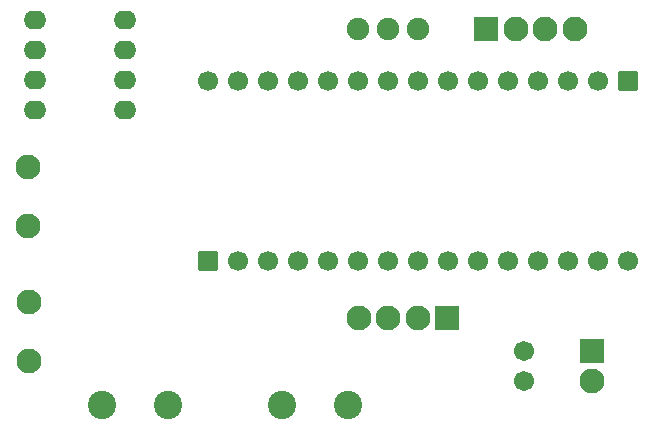
<source format=gts>
G04 Layer: TopSolderMaskLayer*
G04 EasyEDA v6.5.39, 2023-12-21 10:53:13*
G04 3e67a15472894c6e83902e6d43e54a9e,2402692d15bd446891542ced5281a4ad,10*
G04 Gerber Generator version 0.2*
G04 Scale: 100 percent, Rotated: No, Reflected: No *
G04 Dimensions in millimeters *
G04 leading zeros omitted , absolute positions ,4 integer and 5 decimal *
%FSLAX45Y45*%
%MOMM*%

%AMMACRO1*1,1,$1,$2,$3*1,1,$1,$4,$5*1,1,$1,0-$2,0-$3*1,1,$1,0-$4,0-$5*20,1,$1,$2,$3,$4,$5,0*20,1,$1,$4,$5,0-$2,0-$3,0*20,1,$1,0-$2,0-$3,0-$4,0-$5,0*20,1,$1,0-$4,0-$5,$2,$3,0*4,1,4,$2,$3,$4,$5,0-$2,0-$3,0-$4,0-$5,$2,$3,0*%
%ADD10C,2.1016*%
%ADD11MACRO1,0.1016X-1X1X1X1*%
%ADD12MACRO1,0.1016X1X-1X-1X-1*%
%ADD13C,1.9000*%
%ADD14C,1.7016*%
%ADD15C,2.4000*%
%ADD16MACRO1,0.1016X1X1X1X-1*%
%ADD17MACRO1,0.1X-0.8X0.8X0.8X0.8*%
%ADD18C,1.7000*%
%ADD19MACRO1,0.1X0.8X-0.8X-0.8X-0.8*%
%ADD20O,1.92659X1.561592*%

%LPD*%
D10*
G01*
X5074996Y-317500D03*
G01*
X4824984Y-317500D03*
G01*
X4574997Y-317500D03*
D11*
G01*
X4324985Y-317500D03*
D10*
G01*
X3244494Y-2768600D03*
G01*
X3494506Y-2768600D03*
G01*
X3744493Y-2768600D03*
D12*
G01*
X3994505Y-2768600D03*
D13*
G01*
X3242513Y-317500D03*
G01*
X3492500Y-317500D03*
G01*
X3742486Y-317500D03*
D14*
G01*
X4648200Y-3302000D03*
G01*
X4648200Y-3048000D03*
D15*
G01*
X2593975Y-3499993D03*
G01*
X3153994Y-3499993D03*
G01*
X1630019Y-3499993D03*
G01*
X1070000Y-3499993D03*
D16*
G01*
X5219700Y-3048000D03*
D10*
G01*
X5219700Y-3302000D03*
G01*
X444500Y-1489837D03*
G01*
X444500Y-1989962D03*
G01*
X457200Y-2632837D03*
G01*
X457200Y-3132962D03*
D17*
G01*
X1968499Y-2285994D03*
D18*
G01*
X2222500Y-2286000D03*
G01*
X2476500Y-2286000D03*
G01*
X2730500Y-2286000D03*
G01*
X2984500Y-2286000D03*
G01*
X3238500Y-2286000D03*
G01*
X3492500Y-2286000D03*
G01*
X3746500Y-2286000D03*
G01*
X4000500Y-2286000D03*
G01*
X4254500Y-2286000D03*
G01*
X4508500Y-2286000D03*
G01*
X4762500Y-2286000D03*
G01*
X5016500Y-2286000D03*
G01*
X5270500Y-2286000D03*
G01*
X5524500Y-2286000D03*
D19*
G01*
X5524500Y-762000D03*
D18*
G01*
X5270500Y-762000D03*
G01*
X5016500Y-762000D03*
G01*
X4762500Y-762000D03*
G01*
X4508500Y-762000D03*
G01*
X4254500Y-762000D03*
G01*
X4000500Y-762000D03*
G01*
X3746500Y-762000D03*
G01*
X3492500Y-762000D03*
G01*
X3238500Y-762000D03*
G01*
X2984500Y-762000D03*
G01*
X2730500Y-762000D03*
G01*
X2476500Y-762000D03*
G01*
X2222500Y-762000D03*
G01*
X1968500Y-762000D03*
D20*
G01*
X1270000Y-1003300D03*
G01*
X1270000Y-749300D03*
G01*
X1270000Y-495300D03*
G01*
X1270000Y-241300D03*
G01*
X508000Y-1003300D03*
G01*
X508000Y-749300D03*
G01*
X508000Y-495300D03*
G01*
X508000Y-241300D03*
M02*

</source>
